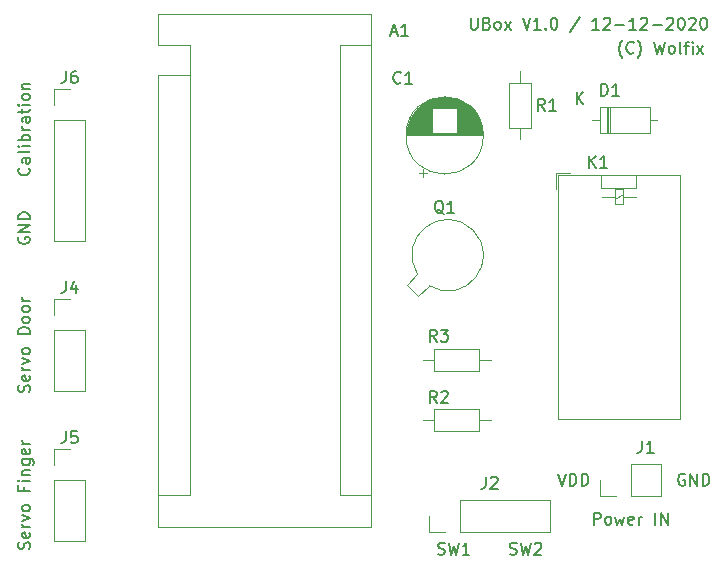
<source format=gbr>
G04 #@! TF.GenerationSoftware,KiCad,Pcbnew,5.1.8-db9833491~88~ubuntu18.04.1*
G04 #@! TF.CreationDate,2020-12-13T17:35:25+01:00*
G04 #@! TF.ProjectId,UselessBox,5573656c-6573-4734-926f-782e6b696361,rev?*
G04 #@! TF.SameCoordinates,Original*
G04 #@! TF.FileFunction,Legend,Top*
G04 #@! TF.FilePolarity,Positive*
%FSLAX46Y46*%
G04 Gerber Fmt 4.6, Leading zero omitted, Abs format (unit mm)*
G04 Created by KiCad (PCBNEW 5.1.8-db9833491~88~ubuntu18.04.1) date 2020-12-13 17:35:25*
%MOMM*%
%LPD*%
G01*
G04 APERTURE LIST*
%ADD10C,0.150000*%
%ADD11C,0.120000*%
G04 APERTURE END LIST*
D10*
X117539047Y-123086761D02*
X117681904Y-123134380D01*
X117920000Y-123134380D01*
X118015238Y-123086761D01*
X118062857Y-123039142D01*
X118110476Y-122943904D01*
X118110476Y-122848666D01*
X118062857Y-122753428D01*
X118015238Y-122705809D01*
X117920000Y-122658190D01*
X117729523Y-122610571D01*
X117634285Y-122562952D01*
X117586666Y-122515333D01*
X117539047Y-122420095D01*
X117539047Y-122324857D01*
X117586666Y-122229619D01*
X117634285Y-122182000D01*
X117729523Y-122134380D01*
X117967619Y-122134380D01*
X118110476Y-122182000D01*
X118443809Y-122134380D02*
X118681904Y-123134380D01*
X118872380Y-122420095D01*
X119062857Y-123134380D01*
X119300952Y-122134380D01*
X120205714Y-123134380D02*
X119634285Y-123134380D01*
X119920000Y-123134380D02*
X119920000Y-122134380D01*
X119824761Y-122277238D01*
X119729523Y-122372476D01*
X119634285Y-122420095D01*
X123634285Y-123086761D02*
X123777142Y-123134380D01*
X124015238Y-123134380D01*
X124110476Y-123086761D01*
X124158095Y-123039142D01*
X124205714Y-122943904D01*
X124205714Y-122848666D01*
X124158095Y-122753428D01*
X124110476Y-122705809D01*
X124015238Y-122658190D01*
X123824761Y-122610571D01*
X123729523Y-122562952D01*
X123681904Y-122515333D01*
X123634285Y-122420095D01*
X123634285Y-122324857D01*
X123681904Y-122229619D01*
X123729523Y-122182000D01*
X123824761Y-122134380D01*
X124062857Y-122134380D01*
X124205714Y-122182000D01*
X124539047Y-122134380D02*
X124777142Y-123134380D01*
X124967619Y-122420095D01*
X125158095Y-123134380D01*
X125396190Y-122134380D01*
X125729523Y-122229619D02*
X125777142Y-122182000D01*
X125872380Y-122134380D01*
X126110476Y-122134380D01*
X126205714Y-122182000D01*
X126253333Y-122229619D01*
X126300952Y-122324857D01*
X126300952Y-122420095D01*
X126253333Y-122562952D01*
X125681904Y-123134380D01*
X126300952Y-123134380D01*
X133159904Y-81097333D02*
X133112285Y-81049714D01*
X133017047Y-80906857D01*
X132969428Y-80811619D01*
X132921809Y-80668761D01*
X132874190Y-80430666D01*
X132874190Y-80240190D01*
X132921809Y-80002095D01*
X132969428Y-79859238D01*
X133017047Y-79764000D01*
X133112285Y-79621142D01*
X133159904Y-79573523D01*
X134112285Y-80621142D02*
X134064666Y-80668761D01*
X133921809Y-80716380D01*
X133826571Y-80716380D01*
X133683714Y-80668761D01*
X133588476Y-80573523D01*
X133540857Y-80478285D01*
X133493238Y-80287809D01*
X133493238Y-80144952D01*
X133540857Y-79954476D01*
X133588476Y-79859238D01*
X133683714Y-79764000D01*
X133826571Y-79716380D01*
X133921809Y-79716380D01*
X134064666Y-79764000D01*
X134112285Y-79811619D01*
X134445619Y-81097333D02*
X134493238Y-81049714D01*
X134588476Y-80906857D01*
X134636095Y-80811619D01*
X134683714Y-80668761D01*
X134731333Y-80430666D01*
X134731333Y-80240190D01*
X134683714Y-80002095D01*
X134636095Y-79859238D01*
X134588476Y-79764000D01*
X134493238Y-79621142D01*
X134445619Y-79573523D01*
X135874190Y-79716380D02*
X136112285Y-80716380D01*
X136302761Y-80002095D01*
X136493238Y-80716380D01*
X136731333Y-79716380D01*
X137255142Y-80716380D02*
X137159904Y-80668761D01*
X137112285Y-80621142D01*
X137064666Y-80525904D01*
X137064666Y-80240190D01*
X137112285Y-80144952D01*
X137159904Y-80097333D01*
X137255142Y-80049714D01*
X137398000Y-80049714D01*
X137493238Y-80097333D01*
X137540857Y-80144952D01*
X137588476Y-80240190D01*
X137588476Y-80525904D01*
X137540857Y-80621142D01*
X137493238Y-80668761D01*
X137398000Y-80716380D01*
X137255142Y-80716380D01*
X138159904Y-80716380D02*
X138064666Y-80668761D01*
X138017047Y-80573523D01*
X138017047Y-79716380D01*
X138398000Y-80049714D02*
X138778952Y-80049714D01*
X138540857Y-80716380D02*
X138540857Y-79859238D01*
X138588476Y-79764000D01*
X138683714Y-79716380D01*
X138778952Y-79716380D01*
X139112285Y-80716380D02*
X139112285Y-80049714D01*
X139112285Y-79716380D02*
X139064666Y-79764000D01*
X139112285Y-79811619D01*
X139159904Y-79764000D01*
X139112285Y-79716380D01*
X139112285Y-79811619D01*
X139493238Y-80716380D02*
X140017047Y-80049714D01*
X139493238Y-80049714D02*
X140017047Y-80716380D01*
X120325809Y-77684380D02*
X120325809Y-78493904D01*
X120373428Y-78589142D01*
X120421047Y-78636761D01*
X120516285Y-78684380D01*
X120706761Y-78684380D01*
X120802000Y-78636761D01*
X120849619Y-78589142D01*
X120897238Y-78493904D01*
X120897238Y-77684380D01*
X121706761Y-78160571D02*
X121849619Y-78208190D01*
X121897238Y-78255809D01*
X121944857Y-78351047D01*
X121944857Y-78493904D01*
X121897238Y-78589142D01*
X121849619Y-78636761D01*
X121754380Y-78684380D01*
X121373428Y-78684380D01*
X121373428Y-77684380D01*
X121706761Y-77684380D01*
X121802000Y-77732000D01*
X121849619Y-77779619D01*
X121897238Y-77874857D01*
X121897238Y-77970095D01*
X121849619Y-78065333D01*
X121802000Y-78112952D01*
X121706761Y-78160571D01*
X121373428Y-78160571D01*
X122516285Y-78684380D02*
X122421047Y-78636761D01*
X122373428Y-78589142D01*
X122325809Y-78493904D01*
X122325809Y-78208190D01*
X122373428Y-78112952D01*
X122421047Y-78065333D01*
X122516285Y-78017714D01*
X122659142Y-78017714D01*
X122754380Y-78065333D01*
X122802000Y-78112952D01*
X122849619Y-78208190D01*
X122849619Y-78493904D01*
X122802000Y-78589142D01*
X122754380Y-78636761D01*
X122659142Y-78684380D01*
X122516285Y-78684380D01*
X123182952Y-78684380D02*
X123706761Y-78017714D01*
X123182952Y-78017714D02*
X123706761Y-78684380D01*
X124706761Y-77684380D02*
X125040095Y-78684380D01*
X125373428Y-77684380D01*
X126230571Y-78684380D02*
X125659142Y-78684380D01*
X125944857Y-78684380D02*
X125944857Y-77684380D01*
X125849619Y-77827238D01*
X125754380Y-77922476D01*
X125659142Y-77970095D01*
X126659142Y-78589142D02*
X126706761Y-78636761D01*
X126659142Y-78684380D01*
X126611523Y-78636761D01*
X126659142Y-78589142D01*
X126659142Y-78684380D01*
X127325809Y-77684380D02*
X127421047Y-77684380D01*
X127516285Y-77732000D01*
X127563904Y-77779619D01*
X127611523Y-77874857D01*
X127659142Y-78065333D01*
X127659142Y-78303428D01*
X127611523Y-78493904D01*
X127563904Y-78589142D01*
X127516285Y-78636761D01*
X127421047Y-78684380D01*
X127325809Y-78684380D01*
X127230571Y-78636761D01*
X127182952Y-78589142D01*
X127135333Y-78493904D01*
X127087714Y-78303428D01*
X127087714Y-78065333D01*
X127135333Y-77874857D01*
X127182952Y-77779619D01*
X127230571Y-77732000D01*
X127325809Y-77684380D01*
X129563904Y-77636761D02*
X128706761Y-78922476D01*
X131182952Y-78684380D02*
X130611523Y-78684380D01*
X130897238Y-78684380D02*
X130897238Y-77684380D01*
X130802000Y-77827238D01*
X130706761Y-77922476D01*
X130611523Y-77970095D01*
X131563904Y-77779619D02*
X131611523Y-77732000D01*
X131706761Y-77684380D01*
X131944857Y-77684380D01*
X132040095Y-77732000D01*
X132087714Y-77779619D01*
X132135333Y-77874857D01*
X132135333Y-77970095D01*
X132087714Y-78112952D01*
X131516285Y-78684380D01*
X132135333Y-78684380D01*
X132563904Y-78303428D02*
X133325809Y-78303428D01*
X134325809Y-78684380D02*
X133754380Y-78684380D01*
X134040095Y-78684380D02*
X134040095Y-77684380D01*
X133944857Y-77827238D01*
X133849619Y-77922476D01*
X133754380Y-77970095D01*
X134706761Y-77779619D02*
X134754380Y-77732000D01*
X134849619Y-77684380D01*
X135087714Y-77684380D01*
X135182952Y-77732000D01*
X135230571Y-77779619D01*
X135278190Y-77874857D01*
X135278190Y-77970095D01*
X135230571Y-78112952D01*
X134659142Y-78684380D01*
X135278190Y-78684380D01*
X135706761Y-78303428D02*
X136468666Y-78303428D01*
X136897238Y-77779619D02*
X136944857Y-77732000D01*
X137040095Y-77684380D01*
X137278190Y-77684380D01*
X137373428Y-77732000D01*
X137421047Y-77779619D01*
X137468666Y-77874857D01*
X137468666Y-77970095D01*
X137421047Y-78112952D01*
X136849619Y-78684380D01*
X137468666Y-78684380D01*
X138087714Y-77684380D02*
X138182952Y-77684380D01*
X138278190Y-77732000D01*
X138325809Y-77779619D01*
X138373428Y-77874857D01*
X138421047Y-78065333D01*
X138421047Y-78303428D01*
X138373428Y-78493904D01*
X138325809Y-78589142D01*
X138278190Y-78636761D01*
X138182952Y-78684380D01*
X138087714Y-78684380D01*
X137992476Y-78636761D01*
X137944857Y-78589142D01*
X137897238Y-78493904D01*
X137849619Y-78303428D01*
X137849619Y-78065333D01*
X137897238Y-77874857D01*
X137944857Y-77779619D01*
X137992476Y-77732000D01*
X138087714Y-77684380D01*
X138802000Y-77779619D02*
X138849619Y-77732000D01*
X138944857Y-77684380D01*
X139182952Y-77684380D01*
X139278190Y-77732000D01*
X139325809Y-77779619D01*
X139373428Y-77874857D01*
X139373428Y-77970095D01*
X139325809Y-78112952D01*
X138754380Y-78684380D01*
X139373428Y-78684380D01*
X139992476Y-77684380D02*
X140087714Y-77684380D01*
X140182952Y-77732000D01*
X140230571Y-77779619D01*
X140278190Y-77874857D01*
X140325809Y-78065333D01*
X140325809Y-78303428D01*
X140278190Y-78493904D01*
X140230571Y-78589142D01*
X140182952Y-78636761D01*
X140087714Y-78684380D01*
X139992476Y-78684380D01*
X139897238Y-78636761D01*
X139849619Y-78589142D01*
X139802000Y-78493904D01*
X139754380Y-78303428D01*
X139754380Y-78065333D01*
X139802000Y-77874857D01*
X139849619Y-77779619D01*
X139897238Y-77732000D01*
X139992476Y-77684380D01*
X130738952Y-120594380D02*
X130738952Y-119594380D01*
X131119904Y-119594380D01*
X131215142Y-119642000D01*
X131262761Y-119689619D01*
X131310380Y-119784857D01*
X131310380Y-119927714D01*
X131262761Y-120022952D01*
X131215142Y-120070571D01*
X131119904Y-120118190D01*
X130738952Y-120118190D01*
X131881809Y-120594380D02*
X131786571Y-120546761D01*
X131738952Y-120499142D01*
X131691333Y-120403904D01*
X131691333Y-120118190D01*
X131738952Y-120022952D01*
X131786571Y-119975333D01*
X131881809Y-119927714D01*
X132024666Y-119927714D01*
X132119904Y-119975333D01*
X132167523Y-120022952D01*
X132215142Y-120118190D01*
X132215142Y-120403904D01*
X132167523Y-120499142D01*
X132119904Y-120546761D01*
X132024666Y-120594380D01*
X131881809Y-120594380D01*
X132548476Y-119927714D02*
X132738952Y-120594380D01*
X132929428Y-120118190D01*
X133119904Y-120594380D01*
X133310380Y-119927714D01*
X134072285Y-120546761D02*
X133977047Y-120594380D01*
X133786571Y-120594380D01*
X133691333Y-120546761D01*
X133643714Y-120451523D01*
X133643714Y-120070571D01*
X133691333Y-119975333D01*
X133786571Y-119927714D01*
X133977047Y-119927714D01*
X134072285Y-119975333D01*
X134119904Y-120070571D01*
X134119904Y-120165809D01*
X133643714Y-120261047D01*
X134548476Y-120594380D02*
X134548476Y-119927714D01*
X134548476Y-120118190D02*
X134596095Y-120022952D01*
X134643714Y-119975333D01*
X134738952Y-119927714D01*
X134834190Y-119927714D01*
X135929428Y-120594380D02*
X135929428Y-119594380D01*
X136405619Y-120594380D02*
X136405619Y-119594380D01*
X136977047Y-120594380D01*
X136977047Y-119594380D01*
X82907142Y-90407714D02*
X82954761Y-90455333D01*
X83002380Y-90598190D01*
X83002380Y-90693428D01*
X82954761Y-90836285D01*
X82859523Y-90931523D01*
X82764285Y-90979142D01*
X82573809Y-91026761D01*
X82430952Y-91026761D01*
X82240476Y-90979142D01*
X82145238Y-90931523D01*
X82050000Y-90836285D01*
X82002380Y-90693428D01*
X82002380Y-90598190D01*
X82050000Y-90455333D01*
X82097619Y-90407714D01*
X83002380Y-89550571D02*
X82478571Y-89550571D01*
X82383333Y-89598190D01*
X82335714Y-89693428D01*
X82335714Y-89883904D01*
X82383333Y-89979142D01*
X82954761Y-89550571D02*
X83002380Y-89645809D01*
X83002380Y-89883904D01*
X82954761Y-89979142D01*
X82859523Y-90026761D01*
X82764285Y-90026761D01*
X82669047Y-89979142D01*
X82621428Y-89883904D01*
X82621428Y-89645809D01*
X82573809Y-89550571D01*
X83002380Y-88931523D02*
X82954761Y-89026761D01*
X82859523Y-89074380D01*
X82002380Y-89074380D01*
X83002380Y-88550571D02*
X82335714Y-88550571D01*
X82002380Y-88550571D02*
X82050000Y-88598190D01*
X82097619Y-88550571D01*
X82050000Y-88502952D01*
X82002380Y-88550571D01*
X82097619Y-88550571D01*
X83002380Y-88074380D02*
X82002380Y-88074380D01*
X82383333Y-88074380D02*
X82335714Y-87979142D01*
X82335714Y-87788666D01*
X82383333Y-87693428D01*
X82430952Y-87645809D01*
X82526190Y-87598190D01*
X82811904Y-87598190D01*
X82907142Y-87645809D01*
X82954761Y-87693428D01*
X83002380Y-87788666D01*
X83002380Y-87979142D01*
X82954761Y-88074380D01*
X83002380Y-87169619D02*
X82335714Y-87169619D01*
X82526190Y-87169619D02*
X82430952Y-87122000D01*
X82383333Y-87074380D01*
X82335714Y-86979142D01*
X82335714Y-86883904D01*
X83002380Y-86122000D02*
X82478571Y-86122000D01*
X82383333Y-86169619D01*
X82335714Y-86264857D01*
X82335714Y-86455333D01*
X82383333Y-86550571D01*
X82954761Y-86122000D02*
X83002380Y-86217238D01*
X83002380Y-86455333D01*
X82954761Y-86550571D01*
X82859523Y-86598190D01*
X82764285Y-86598190D01*
X82669047Y-86550571D01*
X82621428Y-86455333D01*
X82621428Y-86217238D01*
X82573809Y-86122000D01*
X82335714Y-85788666D02*
X82335714Y-85407714D01*
X82002380Y-85645809D02*
X82859523Y-85645809D01*
X82954761Y-85598190D01*
X83002380Y-85502952D01*
X83002380Y-85407714D01*
X83002380Y-85074380D02*
X82335714Y-85074380D01*
X82002380Y-85074380D02*
X82050000Y-85122000D01*
X82097619Y-85074380D01*
X82050000Y-85026761D01*
X82002380Y-85074380D01*
X82097619Y-85074380D01*
X83002380Y-84455333D02*
X82954761Y-84550571D01*
X82907142Y-84598190D01*
X82811904Y-84645809D01*
X82526190Y-84645809D01*
X82430952Y-84598190D01*
X82383333Y-84550571D01*
X82335714Y-84455333D01*
X82335714Y-84312476D01*
X82383333Y-84217238D01*
X82430952Y-84169619D01*
X82526190Y-84122000D01*
X82811904Y-84122000D01*
X82907142Y-84169619D01*
X82954761Y-84217238D01*
X83002380Y-84312476D01*
X83002380Y-84455333D01*
X82335714Y-83693428D02*
X83002380Y-83693428D01*
X82430952Y-83693428D02*
X82383333Y-83645809D01*
X82335714Y-83550571D01*
X82335714Y-83407714D01*
X82383333Y-83312476D01*
X82478571Y-83264857D01*
X83002380Y-83264857D01*
X82050000Y-96265904D02*
X82002380Y-96361142D01*
X82002380Y-96504000D01*
X82050000Y-96646857D01*
X82145238Y-96742095D01*
X82240476Y-96789714D01*
X82430952Y-96837333D01*
X82573809Y-96837333D01*
X82764285Y-96789714D01*
X82859523Y-96742095D01*
X82954761Y-96646857D01*
X83002380Y-96504000D01*
X83002380Y-96408761D01*
X82954761Y-96265904D01*
X82907142Y-96218285D01*
X82573809Y-96218285D01*
X82573809Y-96408761D01*
X83002380Y-95789714D02*
X82002380Y-95789714D01*
X83002380Y-95218285D01*
X82002380Y-95218285D01*
X83002380Y-94742095D02*
X82002380Y-94742095D01*
X82002380Y-94504000D01*
X82050000Y-94361142D01*
X82145238Y-94265904D01*
X82240476Y-94218285D01*
X82430952Y-94170666D01*
X82573809Y-94170666D01*
X82764285Y-94218285D01*
X82859523Y-94265904D01*
X82954761Y-94361142D01*
X83002380Y-94504000D01*
X83002380Y-94742095D01*
X82954761Y-109362380D02*
X83002380Y-109219523D01*
X83002380Y-108981428D01*
X82954761Y-108886190D01*
X82907142Y-108838571D01*
X82811904Y-108790952D01*
X82716666Y-108790952D01*
X82621428Y-108838571D01*
X82573809Y-108886190D01*
X82526190Y-108981428D01*
X82478571Y-109171904D01*
X82430952Y-109267142D01*
X82383333Y-109314761D01*
X82288095Y-109362380D01*
X82192857Y-109362380D01*
X82097619Y-109314761D01*
X82050000Y-109267142D01*
X82002380Y-109171904D01*
X82002380Y-108933809D01*
X82050000Y-108790952D01*
X82954761Y-107981428D02*
X83002380Y-108076666D01*
X83002380Y-108267142D01*
X82954761Y-108362380D01*
X82859523Y-108409999D01*
X82478571Y-108409999D01*
X82383333Y-108362380D01*
X82335714Y-108267142D01*
X82335714Y-108076666D01*
X82383333Y-107981428D01*
X82478571Y-107933809D01*
X82573809Y-107933809D01*
X82669047Y-108409999D01*
X83002380Y-107505238D02*
X82335714Y-107505238D01*
X82526190Y-107505238D02*
X82430952Y-107457619D01*
X82383333Y-107409999D01*
X82335714Y-107314761D01*
X82335714Y-107219523D01*
X82335714Y-106981428D02*
X83002380Y-106743333D01*
X82335714Y-106505238D01*
X83002380Y-105981428D02*
X82954761Y-106076666D01*
X82907142Y-106124285D01*
X82811904Y-106171904D01*
X82526190Y-106171904D01*
X82430952Y-106124285D01*
X82383333Y-106076666D01*
X82335714Y-105981428D01*
X82335714Y-105838571D01*
X82383333Y-105743333D01*
X82430952Y-105695714D01*
X82526190Y-105648095D01*
X82811904Y-105648095D01*
X82907142Y-105695714D01*
X82954761Y-105743333D01*
X83002380Y-105838571D01*
X83002380Y-105981428D01*
X83002380Y-104457619D02*
X82002380Y-104457619D01*
X82002380Y-104219523D01*
X82050000Y-104076666D01*
X82145238Y-103981428D01*
X82240476Y-103933809D01*
X82430952Y-103886190D01*
X82573809Y-103886190D01*
X82764285Y-103933809D01*
X82859523Y-103981428D01*
X82954761Y-104076666D01*
X83002380Y-104219523D01*
X83002380Y-104457619D01*
X83002380Y-103314761D02*
X82954761Y-103409999D01*
X82907142Y-103457619D01*
X82811904Y-103505238D01*
X82526190Y-103505238D01*
X82430952Y-103457619D01*
X82383333Y-103409999D01*
X82335714Y-103314761D01*
X82335714Y-103171904D01*
X82383333Y-103076666D01*
X82430952Y-103029047D01*
X82526190Y-102981428D01*
X82811904Y-102981428D01*
X82907142Y-103029047D01*
X82954761Y-103076666D01*
X83002380Y-103171904D01*
X83002380Y-103314761D01*
X83002380Y-102409999D02*
X82954761Y-102505238D01*
X82907142Y-102552857D01*
X82811904Y-102600476D01*
X82526190Y-102600476D01*
X82430952Y-102552857D01*
X82383333Y-102505238D01*
X82335714Y-102409999D01*
X82335714Y-102267142D01*
X82383333Y-102171904D01*
X82430952Y-102124285D01*
X82526190Y-102076666D01*
X82811904Y-102076666D01*
X82907142Y-102124285D01*
X82954761Y-102171904D01*
X83002380Y-102267142D01*
X83002380Y-102409999D01*
X83002380Y-101648095D02*
X82335714Y-101648095D01*
X82526190Y-101648095D02*
X82430952Y-101600476D01*
X82383333Y-101552857D01*
X82335714Y-101457619D01*
X82335714Y-101362380D01*
X82954761Y-122657619D02*
X83002380Y-122514761D01*
X83002380Y-122276666D01*
X82954761Y-122181428D01*
X82907142Y-122133809D01*
X82811904Y-122086190D01*
X82716666Y-122086190D01*
X82621428Y-122133809D01*
X82573809Y-122181428D01*
X82526190Y-122276666D01*
X82478571Y-122467142D01*
X82430952Y-122562380D01*
X82383333Y-122610000D01*
X82288095Y-122657619D01*
X82192857Y-122657619D01*
X82097619Y-122610000D01*
X82050000Y-122562380D01*
X82002380Y-122467142D01*
X82002380Y-122229047D01*
X82050000Y-122086190D01*
X82954761Y-121276666D02*
X83002380Y-121371904D01*
X83002380Y-121562380D01*
X82954761Y-121657619D01*
X82859523Y-121705238D01*
X82478571Y-121705238D01*
X82383333Y-121657619D01*
X82335714Y-121562380D01*
X82335714Y-121371904D01*
X82383333Y-121276666D01*
X82478571Y-121229047D01*
X82573809Y-121229047D01*
X82669047Y-121705238D01*
X83002380Y-120800476D02*
X82335714Y-120800476D01*
X82526190Y-120800476D02*
X82430952Y-120752857D01*
X82383333Y-120705238D01*
X82335714Y-120610000D01*
X82335714Y-120514761D01*
X82335714Y-120276666D02*
X83002380Y-120038571D01*
X82335714Y-119800476D01*
X83002380Y-119276666D02*
X82954761Y-119371904D01*
X82907142Y-119419523D01*
X82811904Y-119467142D01*
X82526190Y-119467142D01*
X82430952Y-119419523D01*
X82383333Y-119371904D01*
X82335714Y-119276666D01*
X82335714Y-119133809D01*
X82383333Y-119038571D01*
X82430952Y-118990952D01*
X82526190Y-118943333D01*
X82811904Y-118943333D01*
X82907142Y-118990952D01*
X82954761Y-119038571D01*
X83002380Y-119133809D01*
X83002380Y-119276666D01*
X82478571Y-117419523D02*
X82478571Y-117752857D01*
X83002380Y-117752857D02*
X82002380Y-117752857D01*
X82002380Y-117276666D01*
X83002380Y-116895714D02*
X82335714Y-116895714D01*
X82002380Y-116895714D02*
X82050000Y-116943333D01*
X82097619Y-116895714D01*
X82050000Y-116848095D01*
X82002380Y-116895714D01*
X82097619Y-116895714D01*
X82335714Y-116419523D02*
X83002380Y-116419523D01*
X82430952Y-116419523D02*
X82383333Y-116371904D01*
X82335714Y-116276666D01*
X82335714Y-116133809D01*
X82383333Y-116038571D01*
X82478571Y-115990952D01*
X83002380Y-115990952D01*
X82335714Y-115086190D02*
X83145238Y-115086190D01*
X83240476Y-115133809D01*
X83288095Y-115181428D01*
X83335714Y-115276666D01*
X83335714Y-115419523D01*
X83288095Y-115514761D01*
X82954761Y-115086190D02*
X83002380Y-115181428D01*
X83002380Y-115371904D01*
X82954761Y-115467142D01*
X82907142Y-115514761D01*
X82811904Y-115562380D01*
X82526190Y-115562380D01*
X82430952Y-115514761D01*
X82383333Y-115467142D01*
X82335714Y-115371904D01*
X82335714Y-115181428D01*
X82383333Y-115086190D01*
X82954761Y-114229047D02*
X83002380Y-114324285D01*
X83002380Y-114514761D01*
X82954761Y-114610000D01*
X82859523Y-114657619D01*
X82478571Y-114657619D01*
X82383333Y-114610000D01*
X82335714Y-114514761D01*
X82335714Y-114324285D01*
X82383333Y-114229047D01*
X82478571Y-114181428D01*
X82573809Y-114181428D01*
X82669047Y-114657619D01*
X83002380Y-113752857D02*
X82335714Y-113752857D01*
X82526190Y-113752857D02*
X82430952Y-113705238D01*
X82383333Y-113657619D01*
X82335714Y-113562380D01*
X82335714Y-113467142D01*
X127698666Y-116292380D02*
X128032000Y-117292380D01*
X128365333Y-116292380D01*
X128698666Y-117292380D02*
X128698666Y-116292380D01*
X128936761Y-116292380D01*
X129079619Y-116340000D01*
X129174857Y-116435238D01*
X129222476Y-116530476D01*
X129270095Y-116720952D01*
X129270095Y-116863809D01*
X129222476Y-117054285D01*
X129174857Y-117149523D01*
X129079619Y-117244761D01*
X128936761Y-117292380D01*
X128698666Y-117292380D01*
X129698666Y-117292380D02*
X129698666Y-116292380D01*
X129936761Y-116292380D01*
X130079619Y-116340000D01*
X130174857Y-116435238D01*
X130222476Y-116530476D01*
X130270095Y-116720952D01*
X130270095Y-116863809D01*
X130222476Y-117054285D01*
X130174857Y-117149523D01*
X130079619Y-117244761D01*
X129936761Y-117292380D01*
X129698666Y-117292380D01*
X138430095Y-116340000D02*
X138334857Y-116292380D01*
X138192000Y-116292380D01*
X138049142Y-116340000D01*
X137953904Y-116435238D01*
X137906285Y-116530476D01*
X137858666Y-116720952D01*
X137858666Y-116863809D01*
X137906285Y-117054285D01*
X137953904Y-117149523D01*
X138049142Y-117244761D01*
X138192000Y-117292380D01*
X138287238Y-117292380D01*
X138430095Y-117244761D01*
X138477714Y-117197142D01*
X138477714Y-116863809D01*
X138287238Y-116863809D01*
X138906285Y-117292380D02*
X138906285Y-116292380D01*
X139477714Y-117292380D01*
X139477714Y-116292380D01*
X139953904Y-117292380D02*
X139953904Y-116292380D01*
X140192000Y-116292380D01*
X140334857Y-116340000D01*
X140430095Y-116435238D01*
X140477714Y-116530476D01*
X140525333Y-116720952D01*
X140525333Y-116863809D01*
X140477714Y-117054285D01*
X140430095Y-117149523D01*
X140334857Y-117244761D01*
X140192000Y-117292380D01*
X139953904Y-117292380D01*
D11*
X121380000Y-87650000D02*
G75*
G03*
X121380000Y-87650000I-3270000J0D01*
G01*
X114880000Y-87650000D02*
X121340000Y-87650000D01*
X114880000Y-87610000D02*
X121340000Y-87610000D01*
X114880000Y-87570000D02*
X121340000Y-87570000D01*
X114882000Y-87530000D02*
X121338000Y-87530000D01*
X114883000Y-87490000D02*
X121337000Y-87490000D01*
X114886000Y-87450000D02*
X121334000Y-87450000D01*
X114888000Y-87410000D02*
X117070000Y-87410000D01*
X119150000Y-87410000D02*
X121332000Y-87410000D01*
X114892000Y-87370000D02*
X117070000Y-87370000D01*
X119150000Y-87370000D02*
X121328000Y-87370000D01*
X114895000Y-87330000D02*
X117070000Y-87330000D01*
X119150000Y-87330000D02*
X121325000Y-87330000D01*
X114899000Y-87290000D02*
X117070000Y-87290000D01*
X119150000Y-87290000D02*
X121321000Y-87290000D01*
X114904000Y-87250000D02*
X117070000Y-87250000D01*
X119150000Y-87250000D02*
X121316000Y-87250000D01*
X114909000Y-87210000D02*
X117070000Y-87210000D01*
X119150000Y-87210000D02*
X121311000Y-87210000D01*
X114915000Y-87170000D02*
X117070000Y-87170000D01*
X119150000Y-87170000D02*
X121305000Y-87170000D01*
X114921000Y-87130000D02*
X117070000Y-87130000D01*
X119150000Y-87130000D02*
X121299000Y-87130000D01*
X114928000Y-87090000D02*
X117070000Y-87090000D01*
X119150000Y-87090000D02*
X121292000Y-87090000D01*
X114935000Y-87050000D02*
X117070000Y-87050000D01*
X119150000Y-87050000D02*
X121285000Y-87050000D01*
X114943000Y-87010000D02*
X117070000Y-87010000D01*
X119150000Y-87010000D02*
X121277000Y-87010000D01*
X114951000Y-86970000D02*
X117070000Y-86970000D01*
X119150000Y-86970000D02*
X121269000Y-86970000D01*
X114960000Y-86929000D02*
X117070000Y-86929000D01*
X119150000Y-86929000D02*
X121260000Y-86929000D01*
X114969000Y-86889000D02*
X117070000Y-86889000D01*
X119150000Y-86889000D02*
X121251000Y-86889000D01*
X114979000Y-86849000D02*
X117070000Y-86849000D01*
X119150000Y-86849000D02*
X121241000Y-86849000D01*
X114989000Y-86809000D02*
X117070000Y-86809000D01*
X119150000Y-86809000D02*
X121231000Y-86809000D01*
X115000000Y-86769000D02*
X117070000Y-86769000D01*
X119150000Y-86769000D02*
X121220000Y-86769000D01*
X115012000Y-86729000D02*
X117070000Y-86729000D01*
X119150000Y-86729000D02*
X121208000Y-86729000D01*
X115024000Y-86689000D02*
X117070000Y-86689000D01*
X119150000Y-86689000D02*
X121196000Y-86689000D01*
X115036000Y-86649000D02*
X117070000Y-86649000D01*
X119150000Y-86649000D02*
X121184000Y-86649000D01*
X115049000Y-86609000D02*
X117070000Y-86609000D01*
X119150000Y-86609000D02*
X121171000Y-86609000D01*
X115063000Y-86569000D02*
X117070000Y-86569000D01*
X119150000Y-86569000D02*
X121157000Y-86569000D01*
X115077000Y-86529000D02*
X117070000Y-86529000D01*
X119150000Y-86529000D02*
X121143000Y-86529000D01*
X115092000Y-86489000D02*
X117070000Y-86489000D01*
X119150000Y-86489000D02*
X121128000Y-86489000D01*
X115108000Y-86449000D02*
X117070000Y-86449000D01*
X119150000Y-86449000D02*
X121112000Y-86449000D01*
X115124000Y-86409000D02*
X117070000Y-86409000D01*
X119150000Y-86409000D02*
X121096000Y-86409000D01*
X115140000Y-86369000D02*
X117070000Y-86369000D01*
X119150000Y-86369000D02*
X121080000Y-86369000D01*
X115158000Y-86329000D02*
X117070000Y-86329000D01*
X119150000Y-86329000D02*
X121062000Y-86329000D01*
X115176000Y-86289000D02*
X117070000Y-86289000D01*
X119150000Y-86289000D02*
X121044000Y-86289000D01*
X115194000Y-86249000D02*
X117070000Y-86249000D01*
X119150000Y-86249000D02*
X121026000Y-86249000D01*
X115214000Y-86209000D02*
X117070000Y-86209000D01*
X119150000Y-86209000D02*
X121006000Y-86209000D01*
X115234000Y-86169000D02*
X117070000Y-86169000D01*
X119150000Y-86169000D02*
X120986000Y-86169000D01*
X115254000Y-86129000D02*
X117070000Y-86129000D01*
X119150000Y-86129000D02*
X120966000Y-86129000D01*
X115276000Y-86089000D02*
X117070000Y-86089000D01*
X119150000Y-86089000D02*
X120944000Y-86089000D01*
X115298000Y-86049000D02*
X117070000Y-86049000D01*
X119150000Y-86049000D02*
X120922000Y-86049000D01*
X115320000Y-86009000D02*
X117070000Y-86009000D01*
X119150000Y-86009000D02*
X120900000Y-86009000D01*
X115344000Y-85969000D02*
X117070000Y-85969000D01*
X119150000Y-85969000D02*
X120876000Y-85969000D01*
X115368000Y-85929000D02*
X117070000Y-85929000D01*
X119150000Y-85929000D02*
X120852000Y-85929000D01*
X115394000Y-85889000D02*
X117070000Y-85889000D01*
X119150000Y-85889000D02*
X120826000Y-85889000D01*
X115420000Y-85849000D02*
X117070000Y-85849000D01*
X119150000Y-85849000D02*
X120800000Y-85849000D01*
X115446000Y-85809000D02*
X117070000Y-85809000D01*
X119150000Y-85809000D02*
X120774000Y-85809000D01*
X115474000Y-85769000D02*
X117070000Y-85769000D01*
X119150000Y-85769000D02*
X120746000Y-85769000D01*
X115503000Y-85729000D02*
X117070000Y-85729000D01*
X119150000Y-85729000D02*
X120717000Y-85729000D01*
X115532000Y-85689000D02*
X117070000Y-85689000D01*
X119150000Y-85689000D02*
X120688000Y-85689000D01*
X115562000Y-85649000D02*
X117070000Y-85649000D01*
X119150000Y-85649000D02*
X120658000Y-85649000D01*
X115594000Y-85609000D02*
X117070000Y-85609000D01*
X119150000Y-85609000D02*
X120626000Y-85609000D01*
X115626000Y-85569000D02*
X117070000Y-85569000D01*
X119150000Y-85569000D02*
X120594000Y-85569000D01*
X115660000Y-85529000D02*
X117070000Y-85529000D01*
X119150000Y-85529000D02*
X120560000Y-85529000D01*
X115694000Y-85489000D02*
X117070000Y-85489000D01*
X119150000Y-85489000D02*
X120526000Y-85489000D01*
X115730000Y-85449000D02*
X117070000Y-85449000D01*
X119150000Y-85449000D02*
X120490000Y-85449000D01*
X115767000Y-85409000D02*
X117070000Y-85409000D01*
X119150000Y-85409000D02*
X120453000Y-85409000D01*
X115805000Y-85369000D02*
X117070000Y-85369000D01*
X119150000Y-85369000D02*
X120415000Y-85369000D01*
X115845000Y-85329000D02*
X120375000Y-85329000D01*
X115886000Y-85289000D02*
X120334000Y-85289000D01*
X115928000Y-85249000D02*
X120292000Y-85249000D01*
X115973000Y-85209000D02*
X120247000Y-85209000D01*
X116018000Y-85169000D02*
X120202000Y-85169000D01*
X116066000Y-85129000D02*
X120154000Y-85129000D01*
X116115000Y-85089000D02*
X120105000Y-85089000D01*
X116166000Y-85049000D02*
X120054000Y-85049000D01*
X116220000Y-85009000D02*
X120000000Y-85009000D01*
X116276000Y-84969000D02*
X119944000Y-84969000D01*
X116334000Y-84929000D02*
X119886000Y-84929000D01*
X116396000Y-84889000D02*
X119824000Y-84889000D01*
X116460000Y-84849000D02*
X119760000Y-84849000D01*
X116529000Y-84809000D02*
X119691000Y-84809000D01*
X116601000Y-84769000D02*
X119619000Y-84769000D01*
X116678000Y-84729000D02*
X119542000Y-84729000D01*
X116760000Y-84689000D02*
X119460000Y-84689000D01*
X116848000Y-84649000D02*
X119372000Y-84649000D01*
X116945000Y-84609000D02*
X119275000Y-84609000D01*
X117051000Y-84569000D02*
X119169000Y-84569000D01*
X117170000Y-84529000D02*
X119050000Y-84529000D01*
X117308000Y-84489000D02*
X118912000Y-84489000D01*
X117477000Y-84449000D02*
X118743000Y-84449000D01*
X117708000Y-84409000D02*
X118512000Y-84409000D01*
X116271000Y-91150241D02*
X116271000Y-90520241D01*
X115956000Y-90835241D02*
X116586000Y-90835241D01*
X115791719Y-99372331D02*
X114879552Y-100284499D01*
X114879552Y-100284499D02*
X115869501Y-101274448D01*
X115869501Y-101274448D02*
X116781669Y-100362281D01*
X116781456Y-100362150D02*
G75*
G03*
X115791719Y-99372331I1582544J2572150D01*
G01*
X127522000Y-90856000D02*
X128732000Y-90856000D01*
X127522000Y-92156000D02*
X127522000Y-90856000D01*
X127682000Y-91006000D02*
X127682000Y-111676000D01*
X127682000Y-111676000D02*
X138002000Y-111676000D01*
X138002000Y-111676000D02*
X138002000Y-91006000D01*
X138002000Y-91006000D02*
X127682000Y-91006000D01*
X131332000Y-91006000D02*
X131332000Y-92046000D01*
X131332000Y-92066000D02*
X134332000Y-92066000D01*
X134332000Y-92066000D02*
X134332000Y-91006000D01*
X132502000Y-92846000D02*
X131402000Y-92846000D01*
X133202000Y-92846000D02*
X134302000Y-92846000D01*
X132502000Y-93016000D02*
X133202000Y-92616000D01*
X132502000Y-92216000D02*
X132502000Y-93416000D01*
X132502000Y-93416000D02*
X133202000Y-93416000D01*
X133202000Y-93416000D02*
X133202000Y-92216000D01*
X133202000Y-92216000D02*
X132502000Y-92216000D01*
X96520000Y-82550000D02*
X96520000Y-80010000D01*
X96520000Y-80010000D02*
X93850000Y-80010000D01*
X93850000Y-82550000D02*
X93850000Y-120780000D01*
X93850000Y-77340000D02*
X93850000Y-80010000D01*
X109220000Y-80010000D02*
X111890000Y-80010000D01*
X109220000Y-80010000D02*
X109220000Y-118110000D01*
X109220000Y-118110000D02*
X111890000Y-118110000D01*
X96520000Y-82550000D02*
X93850000Y-82550000D01*
X96520000Y-82550000D02*
X96520000Y-118110000D01*
X96520000Y-118110000D02*
X93850000Y-118110000D01*
X93850000Y-120780000D02*
X111890000Y-120780000D01*
X111890000Y-120780000D02*
X111890000Y-77340000D01*
X111890000Y-77340000D02*
X93850000Y-77340000D01*
X131230000Y-85240000D02*
X131230000Y-87480000D01*
X131230000Y-87480000D02*
X135470000Y-87480000D01*
X135470000Y-87480000D02*
X135470000Y-85240000D01*
X135470000Y-85240000D02*
X131230000Y-85240000D01*
X130580000Y-86360000D02*
X131230000Y-86360000D01*
X136120000Y-86360000D02*
X135470000Y-86360000D01*
X131950000Y-85240000D02*
X131950000Y-87480000D01*
X132070000Y-85240000D02*
X132070000Y-87480000D01*
X131830000Y-85240000D02*
X131830000Y-87480000D01*
X136458000Y-118170000D02*
X136458000Y-115510000D01*
X133858000Y-118170000D02*
X136458000Y-118170000D01*
X133858000Y-115510000D02*
X136458000Y-115510000D01*
X133858000Y-118170000D02*
X133858000Y-115510000D01*
X132588000Y-118170000D02*
X131258000Y-118170000D01*
X131258000Y-118170000D02*
X131258000Y-116840000D01*
X85030000Y-109280000D02*
X87690000Y-109280000D01*
X85030000Y-104140000D02*
X85030000Y-109280000D01*
X87690000Y-104140000D02*
X87690000Y-109280000D01*
X85030000Y-104140000D02*
X87690000Y-104140000D01*
X85030000Y-102870000D02*
X85030000Y-101540000D01*
X85030000Y-101540000D02*
X86360000Y-101540000D01*
X85030000Y-114240000D02*
X86360000Y-114240000D01*
X85030000Y-115570000D02*
X85030000Y-114240000D01*
X85030000Y-116840000D02*
X87690000Y-116840000D01*
X87690000Y-116840000D02*
X87690000Y-121980000D01*
X85030000Y-116840000D02*
X85030000Y-121980000D01*
X85030000Y-121980000D02*
X87690000Y-121980000D01*
X85030000Y-96580000D02*
X87690000Y-96580000D01*
X85030000Y-86360000D02*
X85030000Y-96580000D01*
X87690000Y-86360000D02*
X87690000Y-96580000D01*
X85030000Y-86360000D02*
X87690000Y-86360000D01*
X85030000Y-85090000D02*
X85030000Y-83760000D01*
X85030000Y-83760000D02*
X86360000Y-83760000D01*
X125380000Y-83170000D02*
X123540000Y-83170000D01*
X123540000Y-83170000D02*
X123540000Y-87010000D01*
X123540000Y-87010000D02*
X125380000Y-87010000D01*
X125380000Y-87010000D02*
X125380000Y-83170000D01*
X124460000Y-82220000D02*
X124460000Y-83170000D01*
X124460000Y-87960000D02*
X124460000Y-87010000D01*
X121996000Y-111760000D02*
X121046000Y-111760000D01*
X116256000Y-111760000D02*
X117206000Y-111760000D01*
X121046000Y-110840000D02*
X117206000Y-110840000D01*
X121046000Y-112680000D02*
X121046000Y-110840000D01*
X117206000Y-112680000D02*
X121046000Y-112680000D01*
X117206000Y-110840000D02*
X117206000Y-112680000D01*
X121046000Y-107600000D02*
X121046000Y-105760000D01*
X121046000Y-105760000D02*
X117206000Y-105760000D01*
X117206000Y-105760000D02*
X117206000Y-107600000D01*
X117206000Y-107600000D02*
X121046000Y-107600000D01*
X121996000Y-106680000D02*
X121046000Y-106680000D01*
X116256000Y-106680000D02*
X117206000Y-106680000D01*
X127060000Y-121218000D02*
X127060000Y-118558000D01*
X119380000Y-121218000D02*
X127060000Y-121218000D01*
X119380000Y-118558000D02*
X127060000Y-118558000D01*
X119380000Y-121218000D02*
X119380000Y-118558000D01*
X118110000Y-121218000D02*
X116780000Y-121218000D01*
X116780000Y-121218000D02*
X116780000Y-119888000D01*
D10*
X114387333Y-83161142D02*
X114339714Y-83208761D01*
X114196857Y-83256380D01*
X114101619Y-83256380D01*
X113958761Y-83208761D01*
X113863523Y-83113523D01*
X113815904Y-83018285D01*
X113768285Y-82827809D01*
X113768285Y-82684952D01*
X113815904Y-82494476D01*
X113863523Y-82399238D01*
X113958761Y-82304000D01*
X114101619Y-82256380D01*
X114196857Y-82256380D01*
X114339714Y-82304000D01*
X114387333Y-82351619D01*
X115339714Y-83256380D02*
X114768285Y-83256380D01*
X115054000Y-83256380D02*
X115054000Y-82256380D01*
X114958761Y-82399238D01*
X114863523Y-82494476D01*
X114768285Y-82542095D01*
X118014761Y-94273619D02*
X117919523Y-94226000D01*
X117824285Y-94130761D01*
X117681428Y-93987904D01*
X117586190Y-93940285D01*
X117490952Y-93940285D01*
X117538571Y-94178380D02*
X117443333Y-94130761D01*
X117348095Y-94035523D01*
X117300476Y-93845047D01*
X117300476Y-93511714D01*
X117348095Y-93321238D01*
X117443333Y-93226000D01*
X117538571Y-93178380D01*
X117729047Y-93178380D01*
X117824285Y-93226000D01*
X117919523Y-93321238D01*
X117967142Y-93511714D01*
X117967142Y-93845047D01*
X117919523Y-94035523D01*
X117824285Y-94130761D01*
X117729047Y-94178380D01*
X117538571Y-94178380D01*
X118919523Y-94178380D02*
X118348095Y-94178380D01*
X118633809Y-94178380D02*
X118633809Y-93178380D01*
X118538571Y-93321238D01*
X118443333Y-93416476D01*
X118348095Y-93464095D01*
X130325904Y-90368380D02*
X130325904Y-89368380D01*
X130897333Y-90368380D02*
X130468761Y-89796952D01*
X130897333Y-89368380D02*
X130325904Y-89939809D01*
X131849714Y-90368380D02*
X131278285Y-90368380D01*
X131564000Y-90368380D02*
X131564000Y-89368380D01*
X131468761Y-89511238D01*
X131373523Y-89606476D01*
X131278285Y-89654095D01*
X113585714Y-78906666D02*
X114061904Y-78906666D01*
X113490476Y-79192380D02*
X113823809Y-78192380D01*
X114157142Y-79192380D01*
X115014285Y-79192380D02*
X114442857Y-79192380D01*
X114728571Y-79192380D02*
X114728571Y-78192380D01*
X114633333Y-78335238D01*
X114538095Y-78430476D01*
X114442857Y-78478095D01*
X131341904Y-84272380D02*
X131341904Y-83272380D01*
X131580000Y-83272380D01*
X131722857Y-83320000D01*
X131818095Y-83415238D01*
X131865714Y-83510476D01*
X131913333Y-83700952D01*
X131913333Y-83843809D01*
X131865714Y-84034285D01*
X131818095Y-84129523D01*
X131722857Y-84224761D01*
X131580000Y-84272380D01*
X131341904Y-84272380D01*
X132865714Y-84272380D02*
X132294285Y-84272380D01*
X132580000Y-84272380D02*
X132580000Y-83272380D01*
X132484761Y-83415238D01*
X132389523Y-83510476D01*
X132294285Y-83558095D01*
X129278095Y-85012380D02*
X129278095Y-84012380D01*
X129849523Y-85012380D02*
X129420952Y-84440952D01*
X129849523Y-84012380D02*
X129278095Y-84583809D01*
X134794666Y-113498380D02*
X134794666Y-114212666D01*
X134747047Y-114355523D01*
X134651809Y-114450761D01*
X134508952Y-114498380D01*
X134413714Y-114498380D01*
X135794666Y-114498380D02*
X135223238Y-114498380D01*
X135508952Y-114498380D02*
X135508952Y-113498380D01*
X135413714Y-113641238D01*
X135318476Y-113736476D01*
X135223238Y-113784095D01*
X86026666Y-99992380D02*
X86026666Y-100706666D01*
X85979047Y-100849523D01*
X85883809Y-100944761D01*
X85740952Y-100992380D01*
X85645714Y-100992380D01*
X86931428Y-100325714D02*
X86931428Y-100992380D01*
X86693333Y-99944761D02*
X86455238Y-100659047D01*
X87074285Y-100659047D01*
X86026666Y-112692380D02*
X86026666Y-113406666D01*
X85979047Y-113549523D01*
X85883809Y-113644761D01*
X85740952Y-113692380D01*
X85645714Y-113692380D01*
X86979047Y-112692380D02*
X86502857Y-112692380D01*
X86455238Y-113168571D01*
X86502857Y-113120952D01*
X86598095Y-113073333D01*
X86836190Y-113073333D01*
X86931428Y-113120952D01*
X86979047Y-113168571D01*
X87026666Y-113263809D01*
X87026666Y-113501904D01*
X86979047Y-113597142D01*
X86931428Y-113644761D01*
X86836190Y-113692380D01*
X86598095Y-113692380D01*
X86502857Y-113644761D01*
X86455238Y-113597142D01*
X86026666Y-82212380D02*
X86026666Y-82926666D01*
X85979047Y-83069523D01*
X85883809Y-83164761D01*
X85740952Y-83212380D01*
X85645714Y-83212380D01*
X86931428Y-82212380D02*
X86740952Y-82212380D01*
X86645714Y-82260000D01*
X86598095Y-82307619D01*
X86502857Y-82450476D01*
X86455238Y-82640952D01*
X86455238Y-83021904D01*
X86502857Y-83117142D01*
X86550476Y-83164761D01*
X86645714Y-83212380D01*
X86836190Y-83212380D01*
X86931428Y-83164761D01*
X86979047Y-83117142D01*
X87026666Y-83021904D01*
X87026666Y-82783809D01*
X86979047Y-82688571D01*
X86931428Y-82640952D01*
X86836190Y-82593333D01*
X86645714Y-82593333D01*
X86550476Y-82640952D01*
X86502857Y-82688571D01*
X86455238Y-82783809D01*
X126579333Y-85542380D02*
X126246000Y-85066190D01*
X126007904Y-85542380D02*
X126007904Y-84542380D01*
X126388857Y-84542380D01*
X126484095Y-84590000D01*
X126531714Y-84637619D01*
X126579333Y-84732857D01*
X126579333Y-84875714D01*
X126531714Y-84970952D01*
X126484095Y-85018571D01*
X126388857Y-85066190D01*
X126007904Y-85066190D01*
X127531714Y-85542380D02*
X126960285Y-85542380D01*
X127246000Y-85542380D02*
X127246000Y-84542380D01*
X127150761Y-84685238D01*
X127055523Y-84780476D01*
X126960285Y-84828095D01*
X117435333Y-110292380D02*
X117102000Y-109816190D01*
X116863904Y-110292380D02*
X116863904Y-109292380D01*
X117244857Y-109292380D01*
X117340095Y-109340000D01*
X117387714Y-109387619D01*
X117435333Y-109482857D01*
X117435333Y-109625714D01*
X117387714Y-109720952D01*
X117340095Y-109768571D01*
X117244857Y-109816190D01*
X116863904Y-109816190D01*
X117816285Y-109387619D02*
X117863904Y-109340000D01*
X117959142Y-109292380D01*
X118197238Y-109292380D01*
X118292476Y-109340000D01*
X118340095Y-109387619D01*
X118387714Y-109482857D01*
X118387714Y-109578095D01*
X118340095Y-109720952D01*
X117768666Y-110292380D01*
X118387714Y-110292380D01*
X117435333Y-105100380D02*
X117102000Y-104624190D01*
X116863904Y-105100380D02*
X116863904Y-104100380D01*
X117244857Y-104100380D01*
X117340095Y-104148000D01*
X117387714Y-104195619D01*
X117435333Y-104290857D01*
X117435333Y-104433714D01*
X117387714Y-104528952D01*
X117340095Y-104576571D01*
X117244857Y-104624190D01*
X116863904Y-104624190D01*
X117768666Y-104100380D02*
X118387714Y-104100380D01*
X118054380Y-104481333D01*
X118197238Y-104481333D01*
X118292476Y-104528952D01*
X118340095Y-104576571D01*
X118387714Y-104671809D01*
X118387714Y-104909904D01*
X118340095Y-105005142D01*
X118292476Y-105052761D01*
X118197238Y-105100380D01*
X117911523Y-105100380D01*
X117816285Y-105052761D01*
X117768666Y-105005142D01*
X121586666Y-116546380D02*
X121586666Y-117260666D01*
X121539047Y-117403523D01*
X121443809Y-117498761D01*
X121300952Y-117546380D01*
X121205714Y-117546380D01*
X122015238Y-116641619D02*
X122062857Y-116594000D01*
X122158095Y-116546380D01*
X122396190Y-116546380D01*
X122491428Y-116594000D01*
X122539047Y-116641619D01*
X122586666Y-116736857D01*
X122586666Y-116832095D01*
X122539047Y-116974952D01*
X121967619Y-117546380D01*
X122586666Y-117546380D01*
M02*

</source>
